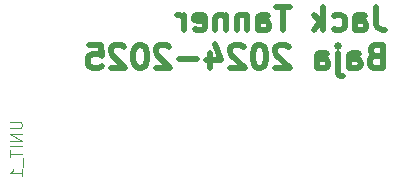
<source format=gbo>
%TF.GenerationSoftware,KiCad,Pcbnew,8.0.8-8.0.8-0~ubuntu24.04.1*%
%TF.CreationDate,2025-02-23T19:20:37-07:00*%
%TF.ProjectId,Speedometer,53706565-646f-46d6-9574-65722e6b6963,v1*%
%TF.SameCoordinates,Original*%
%TF.FileFunction,Legend,Bot*%
%TF.FilePolarity,Positive*%
%FSLAX46Y46*%
G04 Gerber Fmt 4.6, Leading zero omitted, Abs format (unit mm)*
G04 Created by KiCad (PCBNEW 8.0.8-8.0.8-0~ubuntu24.04.1) date 2025-02-23 19:20:37*
%MOMM*%
%LPD*%
G01*
G04 APERTURE LIST*
%ADD10C,0.500000*%
%ADD11C,0.100000*%
G04 APERTURE END LIST*
D10*
X101733433Y-73519350D02*
X101733433Y-74947921D01*
X101733433Y-74947921D02*
X101828672Y-75233635D01*
X101828672Y-75233635D02*
X102019148Y-75424112D01*
X102019148Y-75424112D02*
X102304862Y-75519350D01*
X102304862Y-75519350D02*
X102495338Y-75519350D01*
X99923909Y-75519350D02*
X99923909Y-74471731D01*
X99923909Y-74471731D02*
X100019147Y-74281254D01*
X100019147Y-74281254D02*
X100209623Y-74186016D01*
X100209623Y-74186016D02*
X100590576Y-74186016D01*
X100590576Y-74186016D02*
X100781052Y-74281254D01*
X99923909Y-75424112D02*
X100114385Y-75519350D01*
X100114385Y-75519350D02*
X100590576Y-75519350D01*
X100590576Y-75519350D02*
X100781052Y-75424112D01*
X100781052Y-75424112D02*
X100876290Y-75233635D01*
X100876290Y-75233635D02*
X100876290Y-75043159D01*
X100876290Y-75043159D02*
X100781052Y-74852683D01*
X100781052Y-74852683D02*
X100590576Y-74757445D01*
X100590576Y-74757445D02*
X100114385Y-74757445D01*
X100114385Y-74757445D02*
X99923909Y-74662207D01*
X98114385Y-75424112D02*
X98304861Y-75519350D01*
X98304861Y-75519350D02*
X98685814Y-75519350D01*
X98685814Y-75519350D02*
X98876290Y-75424112D01*
X98876290Y-75424112D02*
X98971528Y-75328873D01*
X98971528Y-75328873D02*
X99066766Y-75138397D01*
X99066766Y-75138397D02*
X99066766Y-74566969D01*
X99066766Y-74566969D02*
X98971528Y-74376492D01*
X98971528Y-74376492D02*
X98876290Y-74281254D01*
X98876290Y-74281254D02*
X98685814Y-74186016D01*
X98685814Y-74186016D02*
X98304861Y-74186016D01*
X98304861Y-74186016D02*
X98114385Y-74281254D01*
X97257242Y-75519350D02*
X97257242Y-73519350D01*
X97066766Y-74757445D02*
X96495337Y-75519350D01*
X96495337Y-74186016D02*
X97257242Y-74947921D01*
X94400098Y-73519350D02*
X93257241Y-73519350D01*
X93828670Y-75519350D02*
X93828670Y-73519350D01*
X91733431Y-75519350D02*
X91733431Y-74471731D01*
X91733431Y-74471731D02*
X91828669Y-74281254D01*
X91828669Y-74281254D02*
X92019145Y-74186016D01*
X92019145Y-74186016D02*
X92400098Y-74186016D01*
X92400098Y-74186016D02*
X92590574Y-74281254D01*
X91733431Y-75424112D02*
X91923907Y-75519350D01*
X91923907Y-75519350D02*
X92400098Y-75519350D01*
X92400098Y-75519350D02*
X92590574Y-75424112D01*
X92590574Y-75424112D02*
X92685812Y-75233635D01*
X92685812Y-75233635D02*
X92685812Y-75043159D01*
X92685812Y-75043159D02*
X92590574Y-74852683D01*
X92590574Y-74852683D02*
X92400098Y-74757445D01*
X92400098Y-74757445D02*
X91923907Y-74757445D01*
X91923907Y-74757445D02*
X91733431Y-74662207D01*
X90781050Y-74186016D02*
X90781050Y-75519350D01*
X90781050Y-74376492D02*
X90685812Y-74281254D01*
X90685812Y-74281254D02*
X90495336Y-74186016D01*
X90495336Y-74186016D02*
X90209621Y-74186016D01*
X90209621Y-74186016D02*
X90019145Y-74281254D01*
X90019145Y-74281254D02*
X89923907Y-74471731D01*
X89923907Y-74471731D02*
X89923907Y-75519350D01*
X88971526Y-74186016D02*
X88971526Y-75519350D01*
X88971526Y-74376492D02*
X88876288Y-74281254D01*
X88876288Y-74281254D02*
X88685812Y-74186016D01*
X88685812Y-74186016D02*
X88400097Y-74186016D01*
X88400097Y-74186016D02*
X88209621Y-74281254D01*
X88209621Y-74281254D02*
X88114383Y-74471731D01*
X88114383Y-74471731D02*
X88114383Y-75519350D01*
X86400097Y-75424112D02*
X86590573Y-75519350D01*
X86590573Y-75519350D02*
X86971526Y-75519350D01*
X86971526Y-75519350D02*
X87162002Y-75424112D01*
X87162002Y-75424112D02*
X87257240Y-75233635D01*
X87257240Y-75233635D02*
X87257240Y-74471731D01*
X87257240Y-74471731D02*
X87162002Y-74281254D01*
X87162002Y-74281254D02*
X86971526Y-74186016D01*
X86971526Y-74186016D02*
X86590573Y-74186016D01*
X86590573Y-74186016D02*
X86400097Y-74281254D01*
X86400097Y-74281254D02*
X86304859Y-74471731D01*
X86304859Y-74471731D02*
X86304859Y-74662207D01*
X86304859Y-74662207D02*
X87257240Y-74852683D01*
X85447716Y-75519350D02*
X85447716Y-74186016D01*
X85447716Y-74566969D02*
X85352478Y-74376492D01*
X85352478Y-74376492D02*
X85257240Y-74281254D01*
X85257240Y-74281254D02*
X85066764Y-74186016D01*
X85066764Y-74186016D02*
X84876287Y-74186016D01*
X101638195Y-77691619D02*
X101352481Y-77786857D01*
X101352481Y-77786857D02*
X101257243Y-77882095D01*
X101257243Y-77882095D02*
X101162005Y-78072571D01*
X101162005Y-78072571D02*
X101162005Y-78358285D01*
X101162005Y-78358285D02*
X101257243Y-78548761D01*
X101257243Y-78548761D02*
X101352481Y-78644000D01*
X101352481Y-78644000D02*
X101542957Y-78739238D01*
X101542957Y-78739238D02*
X102304862Y-78739238D01*
X102304862Y-78739238D02*
X102304862Y-76739238D01*
X102304862Y-76739238D02*
X101638195Y-76739238D01*
X101638195Y-76739238D02*
X101447719Y-76834476D01*
X101447719Y-76834476D02*
X101352481Y-76929714D01*
X101352481Y-76929714D02*
X101257243Y-77120190D01*
X101257243Y-77120190D02*
X101257243Y-77310666D01*
X101257243Y-77310666D02*
X101352481Y-77501142D01*
X101352481Y-77501142D02*
X101447719Y-77596380D01*
X101447719Y-77596380D02*
X101638195Y-77691619D01*
X101638195Y-77691619D02*
X102304862Y-77691619D01*
X99447719Y-78739238D02*
X99447719Y-77691619D01*
X99447719Y-77691619D02*
X99542957Y-77501142D01*
X99542957Y-77501142D02*
X99733433Y-77405904D01*
X99733433Y-77405904D02*
X100114386Y-77405904D01*
X100114386Y-77405904D02*
X100304862Y-77501142D01*
X99447719Y-78644000D02*
X99638195Y-78739238D01*
X99638195Y-78739238D02*
X100114386Y-78739238D01*
X100114386Y-78739238D02*
X100304862Y-78644000D01*
X100304862Y-78644000D02*
X100400100Y-78453523D01*
X100400100Y-78453523D02*
X100400100Y-78263047D01*
X100400100Y-78263047D02*
X100304862Y-78072571D01*
X100304862Y-78072571D02*
X100114386Y-77977333D01*
X100114386Y-77977333D02*
X99638195Y-77977333D01*
X99638195Y-77977333D02*
X99447719Y-77882095D01*
X98495338Y-77405904D02*
X98495338Y-79120190D01*
X98495338Y-79120190D02*
X98590576Y-79310666D01*
X98590576Y-79310666D02*
X98781052Y-79405904D01*
X98781052Y-79405904D02*
X98876290Y-79405904D01*
X98495338Y-76739238D02*
X98590576Y-76834476D01*
X98590576Y-76834476D02*
X98495338Y-76929714D01*
X98495338Y-76929714D02*
X98400100Y-76834476D01*
X98400100Y-76834476D02*
X98495338Y-76739238D01*
X98495338Y-76739238D02*
X98495338Y-76929714D01*
X96685814Y-78739238D02*
X96685814Y-77691619D01*
X96685814Y-77691619D02*
X96781052Y-77501142D01*
X96781052Y-77501142D02*
X96971528Y-77405904D01*
X96971528Y-77405904D02*
X97352481Y-77405904D01*
X97352481Y-77405904D02*
X97542957Y-77501142D01*
X96685814Y-78644000D02*
X96876290Y-78739238D01*
X96876290Y-78739238D02*
X97352481Y-78739238D01*
X97352481Y-78739238D02*
X97542957Y-78644000D01*
X97542957Y-78644000D02*
X97638195Y-78453523D01*
X97638195Y-78453523D02*
X97638195Y-78263047D01*
X97638195Y-78263047D02*
X97542957Y-78072571D01*
X97542957Y-78072571D02*
X97352481Y-77977333D01*
X97352481Y-77977333D02*
X96876290Y-77977333D01*
X96876290Y-77977333D02*
X96685814Y-77882095D01*
X94304861Y-76929714D02*
X94209623Y-76834476D01*
X94209623Y-76834476D02*
X94019147Y-76739238D01*
X94019147Y-76739238D02*
X93542956Y-76739238D01*
X93542956Y-76739238D02*
X93352480Y-76834476D01*
X93352480Y-76834476D02*
X93257242Y-76929714D01*
X93257242Y-76929714D02*
X93162004Y-77120190D01*
X93162004Y-77120190D02*
X93162004Y-77310666D01*
X93162004Y-77310666D02*
X93257242Y-77596380D01*
X93257242Y-77596380D02*
X94400099Y-78739238D01*
X94400099Y-78739238D02*
X93162004Y-78739238D01*
X91923909Y-76739238D02*
X91733432Y-76739238D01*
X91733432Y-76739238D02*
X91542956Y-76834476D01*
X91542956Y-76834476D02*
X91447718Y-76929714D01*
X91447718Y-76929714D02*
X91352480Y-77120190D01*
X91352480Y-77120190D02*
X91257242Y-77501142D01*
X91257242Y-77501142D02*
X91257242Y-77977333D01*
X91257242Y-77977333D02*
X91352480Y-78358285D01*
X91352480Y-78358285D02*
X91447718Y-78548761D01*
X91447718Y-78548761D02*
X91542956Y-78644000D01*
X91542956Y-78644000D02*
X91733432Y-78739238D01*
X91733432Y-78739238D02*
X91923909Y-78739238D01*
X91923909Y-78739238D02*
X92114385Y-78644000D01*
X92114385Y-78644000D02*
X92209623Y-78548761D01*
X92209623Y-78548761D02*
X92304861Y-78358285D01*
X92304861Y-78358285D02*
X92400099Y-77977333D01*
X92400099Y-77977333D02*
X92400099Y-77501142D01*
X92400099Y-77501142D02*
X92304861Y-77120190D01*
X92304861Y-77120190D02*
X92209623Y-76929714D01*
X92209623Y-76929714D02*
X92114385Y-76834476D01*
X92114385Y-76834476D02*
X91923909Y-76739238D01*
X90495337Y-76929714D02*
X90400099Y-76834476D01*
X90400099Y-76834476D02*
X90209623Y-76739238D01*
X90209623Y-76739238D02*
X89733432Y-76739238D01*
X89733432Y-76739238D02*
X89542956Y-76834476D01*
X89542956Y-76834476D02*
X89447718Y-76929714D01*
X89447718Y-76929714D02*
X89352480Y-77120190D01*
X89352480Y-77120190D02*
X89352480Y-77310666D01*
X89352480Y-77310666D02*
X89447718Y-77596380D01*
X89447718Y-77596380D02*
X90590575Y-78739238D01*
X90590575Y-78739238D02*
X89352480Y-78739238D01*
X87638194Y-77405904D02*
X87638194Y-78739238D01*
X88114385Y-76644000D02*
X88590575Y-78072571D01*
X88590575Y-78072571D02*
X87352480Y-78072571D01*
X86590575Y-77977333D02*
X85066766Y-77977333D01*
X84209623Y-76929714D02*
X84114385Y-76834476D01*
X84114385Y-76834476D02*
X83923909Y-76739238D01*
X83923909Y-76739238D02*
X83447718Y-76739238D01*
X83447718Y-76739238D02*
X83257242Y-76834476D01*
X83257242Y-76834476D02*
X83162004Y-76929714D01*
X83162004Y-76929714D02*
X83066766Y-77120190D01*
X83066766Y-77120190D02*
X83066766Y-77310666D01*
X83066766Y-77310666D02*
X83162004Y-77596380D01*
X83162004Y-77596380D02*
X84304861Y-78739238D01*
X84304861Y-78739238D02*
X83066766Y-78739238D01*
X81828671Y-76739238D02*
X81638194Y-76739238D01*
X81638194Y-76739238D02*
X81447718Y-76834476D01*
X81447718Y-76834476D02*
X81352480Y-76929714D01*
X81352480Y-76929714D02*
X81257242Y-77120190D01*
X81257242Y-77120190D02*
X81162004Y-77501142D01*
X81162004Y-77501142D02*
X81162004Y-77977333D01*
X81162004Y-77977333D02*
X81257242Y-78358285D01*
X81257242Y-78358285D02*
X81352480Y-78548761D01*
X81352480Y-78548761D02*
X81447718Y-78644000D01*
X81447718Y-78644000D02*
X81638194Y-78739238D01*
X81638194Y-78739238D02*
X81828671Y-78739238D01*
X81828671Y-78739238D02*
X82019147Y-78644000D01*
X82019147Y-78644000D02*
X82114385Y-78548761D01*
X82114385Y-78548761D02*
X82209623Y-78358285D01*
X82209623Y-78358285D02*
X82304861Y-77977333D01*
X82304861Y-77977333D02*
X82304861Y-77501142D01*
X82304861Y-77501142D02*
X82209623Y-77120190D01*
X82209623Y-77120190D02*
X82114385Y-76929714D01*
X82114385Y-76929714D02*
X82019147Y-76834476D01*
X82019147Y-76834476D02*
X81828671Y-76739238D01*
X80400099Y-76929714D02*
X80304861Y-76834476D01*
X80304861Y-76834476D02*
X80114385Y-76739238D01*
X80114385Y-76739238D02*
X79638194Y-76739238D01*
X79638194Y-76739238D02*
X79447718Y-76834476D01*
X79447718Y-76834476D02*
X79352480Y-76929714D01*
X79352480Y-76929714D02*
X79257242Y-77120190D01*
X79257242Y-77120190D02*
X79257242Y-77310666D01*
X79257242Y-77310666D02*
X79352480Y-77596380D01*
X79352480Y-77596380D02*
X80495337Y-78739238D01*
X80495337Y-78739238D02*
X79257242Y-78739238D01*
X77447718Y-76739238D02*
X78400099Y-76739238D01*
X78400099Y-76739238D02*
X78495337Y-77691619D01*
X78495337Y-77691619D02*
X78400099Y-77596380D01*
X78400099Y-77596380D02*
X78209623Y-77501142D01*
X78209623Y-77501142D02*
X77733432Y-77501142D01*
X77733432Y-77501142D02*
X77542956Y-77596380D01*
X77542956Y-77596380D02*
X77447718Y-77691619D01*
X77447718Y-77691619D02*
X77352480Y-77882095D01*
X77352480Y-77882095D02*
X77352480Y-78358285D01*
X77352480Y-78358285D02*
X77447718Y-78548761D01*
X77447718Y-78548761D02*
X77542956Y-78644000D01*
X77542956Y-78644000D02*
X77733432Y-78739238D01*
X77733432Y-78739238D02*
X78209623Y-78739238D01*
X78209623Y-78739238D02*
X78400099Y-78644000D01*
X78400099Y-78644000D02*
X78495337Y-78548761D01*
D11*
X70727419Y-83244286D02*
X71536942Y-83244286D01*
X71536942Y-83244286D02*
X71632180Y-83291905D01*
X71632180Y-83291905D02*
X71679800Y-83339524D01*
X71679800Y-83339524D02*
X71727419Y-83434762D01*
X71727419Y-83434762D02*
X71727419Y-83625238D01*
X71727419Y-83625238D02*
X71679800Y-83720476D01*
X71679800Y-83720476D02*
X71632180Y-83768095D01*
X71632180Y-83768095D02*
X71536942Y-83815714D01*
X71536942Y-83815714D02*
X70727419Y-83815714D01*
X71727419Y-84291905D02*
X70727419Y-84291905D01*
X70727419Y-84291905D02*
X71727419Y-84863333D01*
X71727419Y-84863333D02*
X70727419Y-84863333D01*
X71727419Y-85339524D02*
X70727419Y-85339524D01*
X70727419Y-85672857D02*
X70727419Y-86244285D01*
X71727419Y-85958571D02*
X70727419Y-85958571D01*
X71822657Y-86339524D02*
X71822657Y-87101428D01*
X71727419Y-87863333D02*
X71727419Y-87291905D01*
X71727419Y-87577619D02*
X70727419Y-87577619D01*
X70727419Y-87577619D02*
X70870276Y-87482381D01*
X70870276Y-87482381D02*
X70965514Y-87387143D01*
X70965514Y-87387143D02*
X71013133Y-87291905D01*
M02*

</source>
